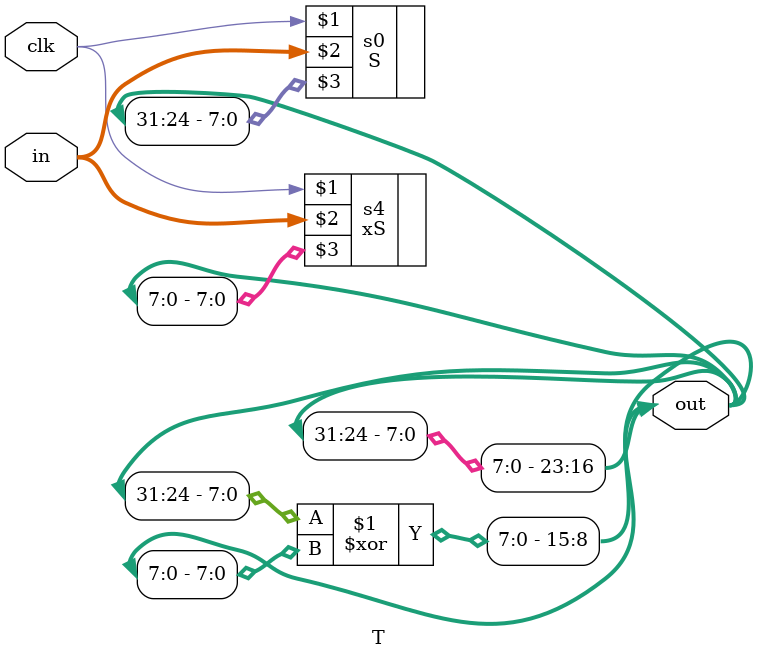
<source format=v>

/* in --1d--> out */

/* S_box, S_box, S_box*(x+1), S_box*x */


module T (clk, in, out);
    input         clk;
    input  [7:0]  in;
    /* verilator lint_off UNOPTFLAT */
    output [31:0] out;
    
    /* verilator lint_off UNOPTFLAT */
    S
        s0 (clk, in, out[31:24]);
    assign out[23:16] = out[31:24];
    xS
        s4 (clk, in, out[7:0]);
    assign out[15:8] = out[23:16] ^ out[7:0];
endmodule

</source>
